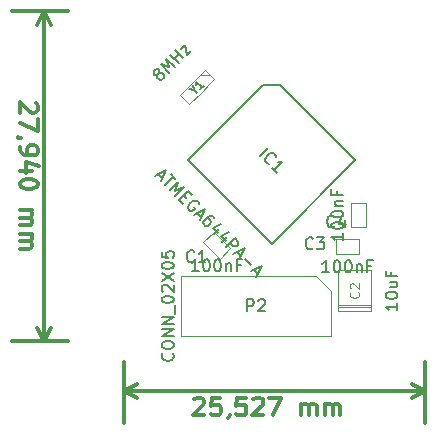
<source format=gbr>
G04 #@! TF.FileFunction,Other,Fab,Top*
%FSLAX46Y46*%
G04 Gerber Fmt 4.6, Leading zero omitted, Abs format (unit mm)*
G04 Created by KiCad (PCBNEW 4.0.6) date 08/29/18 06:25:22*
%MOMM*%
%LPD*%
G01*
G04 APERTURE LIST*
%ADD10C,0.100000*%
%ADD11C,0.300000*%
%ADD12C,0.150000*%
%ADD13C,0.120000*%
G04 APERTURE END LIST*
D10*
D11*
X131433971Y-70493715D02*
X131505400Y-70565144D01*
X131576829Y-70708001D01*
X131576829Y-71065144D01*
X131505400Y-71208001D01*
X131433971Y-71279430D01*
X131291114Y-71350858D01*
X131148257Y-71350858D01*
X130933971Y-71279430D01*
X130076829Y-70422287D01*
X130076829Y-71350858D01*
X131576829Y-71850858D02*
X131576829Y-72850858D01*
X130076829Y-72208001D01*
X130148257Y-73493714D02*
X130076829Y-73493714D01*
X129933971Y-73422286D01*
X129862543Y-73350857D01*
X130076829Y-74208000D02*
X130076829Y-74493715D01*
X130148257Y-74636572D01*
X130219686Y-74708000D01*
X130433971Y-74850858D01*
X130719686Y-74922286D01*
X131291114Y-74922286D01*
X131433971Y-74850858D01*
X131505400Y-74779429D01*
X131576829Y-74636572D01*
X131576829Y-74350858D01*
X131505400Y-74208000D01*
X131433971Y-74136572D01*
X131291114Y-74065143D01*
X130933971Y-74065143D01*
X130791114Y-74136572D01*
X130719686Y-74208000D01*
X130648257Y-74350858D01*
X130648257Y-74636572D01*
X130719686Y-74779429D01*
X130791114Y-74850858D01*
X130933971Y-74922286D01*
X131076829Y-76208000D02*
X130076829Y-76208000D01*
X131648257Y-75850857D02*
X130576829Y-75493714D01*
X130576829Y-76422286D01*
X131576829Y-77279428D02*
X131576829Y-77422285D01*
X131505400Y-77565142D01*
X131433971Y-77636571D01*
X131291114Y-77708000D01*
X131005400Y-77779428D01*
X130648257Y-77779428D01*
X130362543Y-77708000D01*
X130219686Y-77636571D01*
X130148257Y-77565142D01*
X130076829Y-77422285D01*
X130076829Y-77279428D01*
X130148257Y-77136571D01*
X130219686Y-77065142D01*
X130362543Y-76993714D01*
X130648257Y-76922285D01*
X131005400Y-76922285D01*
X131291114Y-76993714D01*
X131433971Y-77065142D01*
X131505400Y-77136571D01*
X131576829Y-77279428D01*
X130076829Y-79565142D02*
X131076829Y-79565142D01*
X130933971Y-79565142D02*
X131005400Y-79636570D01*
X131076829Y-79779428D01*
X131076829Y-79993713D01*
X131005400Y-80136570D01*
X130862543Y-80207999D01*
X130076829Y-80207999D01*
X130862543Y-80207999D02*
X131005400Y-80279428D01*
X131076829Y-80422285D01*
X131076829Y-80636570D01*
X131005400Y-80779428D01*
X130862543Y-80850856D01*
X130076829Y-80850856D01*
X130076829Y-81565142D02*
X131076829Y-81565142D01*
X130933971Y-81565142D02*
X131005400Y-81636570D01*
X131076829Y-81779428D01*
X131076829Y-81993713D01*
X131005400Y-82136570D01*
X130862543Y-82207999D01*
X130076829Y-82207999D01*
X130862543Y-82207999D02*
X131005400Y-82279428D01*
X131076829Y-82422285D01*
X131076829Y-82636570D01*
X131005400Y-82779428D01*
X130862543Y-82850856D01*
X130076829Y-82850856D01*
X132105400Y-62738000D02*
X132105400Y-90678000D01*
X134137400Y-62738000D02*
X129405400Y-62738000D01*
X134137400Y-90678000D02*
X129405400Y-90678000D01*
X132105400Y-90678000D02*
X131518979Y-89551496D01*
X132105400Y-90678000D02*
X132691821Y-89551496D01*
X132105400Y-62738000D02*
X131518979Y-63864504D01*
X132105400Y-62738000D02*
X132691821Y-63864504D01*
X144814115Y-95587429D02*
X144885544Y-95516000D01*
X145028401Y-95444571D01*
X145385544Y-95444571D01*
X145528401Y-95516000D01*
X145599830Y-95587429D01*
X145671258Y-95730286D01*
X145671258Y-95873143D01*
X145599830Y-96087429D01*
X144742687Y-96944571D01*
X145671258Y-96944571D01*
X147028401Y-95444571D02*
X146314115Y-95444571D01*
X146242686Y-96158857D01*
X146314115Y-96087429D01*
X146456972Y-96016000D01*
X146814115Y-96016000D01*
X146956972Y-96087429D01*
X147028401Y-96158857D01*
X147099829Y-96301714D01*
X147099829Y-96658857D01*
X147028401Y-96801714D01*
X146956972Y-96873143D01*
X146814115Y-96944571D01*
X146456972Y-96944571D01*
X146314115Y-96873143D01*
X146242686Y-96801714D01*
X147814114Y-96873143D02*
X147814114Y-96944571D01*
X147742686Y-97087429D01*
X147671257Y-97158857D01*
X149171258Y-95444571D02*
X148456972Y-95444571D01*
X148385543Y-96158857D01*
X148456972Y-96087429D01*
X148599829Y-96016000D01*
X148956972Y-96016000D01*
X149099829Y-96087429D01*
X149171258Y-96158857D01*
X149242686Y-96301714D01*
X149242686Y-96658857D01*
X149171258Y-96801714D01*
X149099829Y-96873143D01*
X148956972Y-96944571D01*
X148599829Y-96944571D01*
X148456972Y-96873143D01*
X148385543Y-96801714D01*
X149814114Y-95587429D02*
X149885543Y-95516000D01*
X150028400Y-95444571D01*
X150385543Y-95444571D01*
X150528400Y-95516000D01*
X150599829Y-95587429D01*
X150671257Y-95730286D01*
X150671257Y-95873143D01*
X150599829Y-96087429D01*
X149742686Y-96944571D01*
X150671257Y-96944571D01*
X151171257Y-95444571D02*
X152171257Y-95444571D01*
X151528400Y-96944571D01*
X153885542Y-96944571D02*
X153885542Y-95944571D01*
X153885542Y-96087429D02*
X153956970Y-96016000D01*
X154099828Y-95944571D01*
X154314113Y-95944571D01*
X154456970Y-96016000D01*
X154528399Y-96158857D01*
X154528399Y-96944571D01*
X154528399Y-96158857D02*
X154599828Y-96016000D01*
X154742685Y-95944571D01*
X154956970Y-95944571D01*
X155099828Y-96016000D01*
X155171256Y-96158857D01*
X155171256Y-96944571D01*
X155885542Y-96944571D02*
X155885542Y-95944571D01*
X155885542Y-96087429D02*
X155956970Y-96016000D01*
X156099828Y-95944571D01*
X156314113Y-95944571D01*
X156456970Y-96016000D01*
X156528399Y-96158857D01*
X156528399Y-96944571D01*
X156528399Y-96158857D02*
X156599828Y-96016000D01*
X156742685Y-95944571D01*
X156956970Y-95944571D01*
X157099828Y-96016000D01*
X157171256Y-96158857D01*
X157171256Y-96944571D01*
X164363400Y-94868999D02*
X138836400Y-94868999D01*
X164363400Y-92456000D02*
X164363400Y-97568999D01*
X138836400Y-92456000D02*
X138836400Y-97568999D01*
X138836400Y-94868999D02*
X139962904Y-94282578D01*
X138836400Y-94868999D02*
X139962904Y-95455420D01*
X164363400Y-94868999D02*
X163236896Y-94282578D01*
X164363400Y-94868999D02*
X163236896Y-95455420D01*
D10*
X157021000Y-88115000D02*
X159821000Y-88115000D01*
X159821000Y-88115000D02*
X159821000Y-84615000D01*
X159821000Y-84615000D02*
X157021000Y-84615000D01*
X157021000Y-84615000D02*
X157021000Y-88115000D01*
X157021000Y-87765000D02*
X159821000Y-87765000D01*
X157021000Y-87590000D02*
X159821000Y-87590000D01*
X156781000Y-83235000D02*
X156781000Y-81995000D01*
X158781000Y-83235000D02*
X156781000Y-83235000D01*
X158781000Y-81995000D02*
X158781000Y-83235000D01*
X156781000Y-81995000D02*
X158781000Y-81995000D01*
X158111000Y-78965000D02*
X159351000Y-78965000D01*
X158111000Y-80965000D02*
X158111000Y-78965000D01*
X159351000Y-80965000D02*
X158111000Y-80965000D01*
X159351000Y-78965000D02*
X159351000Y-80965000D01*
D12*
X152088107Y-68971039D02*
X158452068Y-75335000D01*
X158452068Y-75335000D02*
X151381000Y-82406068D01*
X151381000Y-82406068D02*
X144309932Y-75335000D01*
X144309932Y-75335000D02*
X150673893Y-68971039D01*
X150673893Y-68971039D02*
X152088107Y-68971039D01*
D10*
X156391000Y-86395000D02*
X156391000Y-90205000D01*
X156391000Y-90205000D02*
X143691000Y-90205000D01*
X143691000Y-90205000D02*
X143691000Y-85125000D01*
X143691000Y-85125000D02*
X155121000Y-85125000D01*
X155121000Y-85125000D02*
X156391000Y-86395000D01*
X146101660Y-68094340D02*
X145323843Y-68094340D01*
X143598502Y-69833823D02*
X144369249Y-70604569D01*
X144369249Y-70604569D02*
X145444051Y-69529767D01*
X145444051Y-69529767D02*
X146073376Y-68900442D01*
X146073376Y-68900442D02*
X146490569Y-68483249D01*
X146490569Y-68483249D02*
X145712751Y-67705431D01*
X145712751Y-67705431D02*
X143591431Y-69826751D01*
X145581951Y-82264835D02*
X146458764Y-81388023D01*
X146996165Y-83679049D02*
X145581951Y-82264835D01*
X147872977Y-82802236D02*
X146996165Y-83679049D01*
X146458764Y-81388023D02*
X147872977Y-82802236D01*
D12*
X162023381Y-87436428D02*
X162023381Y-88007857D01*
X162023381Y-87722143D02*
X161023381Y-87722143D01*
X161166238Y-87817381D01*
X161261476Y-87912619D01*
X161309095Y-88007857D01*
X161023381Y-86817381D02*
X161023381Y-86722142D01*
X161071000Y-86626904D01*
X161118619Y-86579285D01*
X161213857Y-86531666D01*
X161404333Y-86484047D01*
X161642429Y-86484047D01*
X161832905Y-86531666D01*
X161928143Y-86579285D01*
X161975762Y-86626904D01*
X162023381Y-86722142D01*
X162023381Y-86817381D01*
X161975762Y-86912619D01*
X161928143Y-86960238D01*
X161832905Y-87007857D01*
X161642429Y-87055476D01*
X161404333Y-87055476D01*
X161213857Y-87007857D01*
X161118619Y-86960238D01*
X161071000Y-86912619D01*
X161023381Y-86817381D01*
X161356714Y-85626904D02*
X162023381Y-85626904D01*
X161356714Y-86055476D02*
X161880524Y-86055476D01*
X161975762Y-86007857D01*
X162023381Y-85912619D01*
X162023381Y-85769761D01*
X161975762Y-85674523D01*
X161928143Y-85626904D01*
X161499571Y-84817380D02*
X161499571Y-85150714D01*
X162023381Y-85150714D02*
X161023381Y-85150714D01*
X161023381Y-84674523D01*
D13*
X158706714Y-86498333D02*
X158744810Y-86536428D01*
X158782905Y-86650714D01*
X158782905Y-86726904D01*
X158744810Y-86841190D01*
X158668619Y-86917381D01*
X158592429Y-86955476D01*
X158440048Y-86993571D01*
X158325762Y-86993571D01*
X158173381Y-86955476D01*
X158097190Y-86917381D01*
X158021000Y-86841190D01*
X157982905Y-86726904D01*
X157982905Y-86650714D01*
X158021000Y-86536428D01*
X158059095Y-86498333D01*
X158059095Y-86193571D02*
X158021000Y-86155476D01*
X157982905Y-86079285D01*
X157982905Y-85888809D01*
X158021000Y-85812619D01*
X158059095Y-85774523D01*
X158135286Y-85736428D01*
X158211476Y-85736428D01*
X158325762Y-85774523D01*
X158782905Y-86231666D01*
X158782905Y-85736428D01*
D12*
X156233381Y-84817381D02*
X155661952Y-84817381D01*
X155947666Y-84817381D02*
X155947666Y-83817381D01*
X155852428Y-83960238D01*
X155757190Y-84055476D01*
X155661952Y-84103095D01*
X156852428Y-83817381D02*
X156947667Y-83817381D01*
X157042905Y-83865000D01*
X157090524Y-83912619D01*
X157138143Y-84007857D01*
X157185762Y-84198333D01*
X157185762Y-84436429D01*
X157138143Y-84626905D01*
X157090524Y-84722143D01*
X157042905Y-84769762D01*
X156947667Y-84817381D01*
X156852428Y-84817381D01*
X156757190Y-84769762D01*
X156709571Y-84722143D01*
X156661952Y-84626905D01*
X156614333Y-84436429D01*
X156614333Y-84198333D01*
X156661952Y-84007857D01*
X156709571Y-83912619D01*
X156757190Y-83865000D01*
X156852428Y-83817381D01*
X157804809Y-83817381D02*
X157900048Y-83817381D01*
X157995286Y-83865000D01*
X158042905Y-83912619D01*
X158090524Y-84007857D01*
X158138143Y-84198333D01*
X158138143Y-84436429D01*
X158090524Y-84626905D01*
X158042905Y-84722143D01*
X157995286Y-84769762D01*
X157900048Y-84817381D01*
X157804809Y-84817381D01*
X157709571Y-84769762D01*
X157661952Y-84722143D01*
X157614333Y-84626905D01*
X157566714Y-84436429D01*
X157566714Y-84198333D01*
X157614333Y-84007857D01*
X157661952Y-83912619D01*
X157709571Y-83865000D01*
X157804809Y-83817381D01*
X158566714Y-84150714D02*
X158566714Y-84817381D01*
X158566714Y-84245952D02*
X158614333Y-84198333D01*
X158709571Y-84150714D01*
X158852429Y-84150714D01*
X158947667Y-84198333D01*
X158995286Y-84293571D01*
X158995286Y-84817381D01*
X159804810Y-84293571D02*
X159471476Y-84293571D01*
X159471476Y-84817381D02*
X159471476Y-83817381D01*
X159947667Y-83817381D01*
X154864334Y-82772143D02*
X154816715Y-82819762D01*
X154673858Y-82867381D01*
X154578620Y-82867381D01*
X154435762Y-82819762D01*
X154340524Y-82724524D01*
X154292905Y-82629286D01*
X154245286Y-82438810D01*
X154245286Y-82295952D01*
X154292905Y-82105476D01*
X154340524Y-82010238D01*
X154435762Y-81915000D01*
X154578620Y-81867381D01*
X154673858Y-81867381D01*
X154816715Y-81915000D01*
X154864334Y-81962619D01*
X155197667Y-81867381D02*
X155816715Y-81867381D01*
X155483381Y-82248333D01*
X155626239Y-82248333D01*
X155721477Y-82295952D01*
X155769096Y-82343571D01*
X155816715Y-82438810D01*
X155816715Y-82676905D01*
X155769096Y-82772143D01*
X155721477Y-82819762D01*
X155626239Y-82867381D01*
X155340524Y-82867381D01*
X155245286Y-82819762D01*
X155197667Y-82772143D01*
X157433381Y-81512619D02*
X157433381Y-82084048D01*
X157433381Y-81798334D02*
X156433381Y-81798334D01*
X156576238Y-81893572D01*
X156671476Y-81988810D01*
X156719095Y-82084048D01*
X156433381Y-80893572D02*
X156433381Y-80798333D01*
X156481000Y-80703095D01*
X156528619Y-80655476D01*
X156623857Y-80607857D01*
X156814333Y-80560238D01*
X157052429Y-80560238D01*
X157242905Y-80607857D01*
X157338143Y-80655476D01*
X157385762Y-80703095D01*
X157433381Y-80798333D01*
X157433381Y-80893572D01*
X157385762Y-80988810D01*
X157338143Y-81036429D01*
X157242905Y-81084048D01*
X157052429Y-81131667D01*
X156814333Y-81131667D01*
X156623857Y-81084048D01*
X156528619Y-81036429D01*
X156481000Y-80988810D01*
X156433381Y-80893572D01*
X156433381Y-79941191D02*
X156433381Y-79845952D01*
X156481000Y-79750714D01*
X156528619Y-79703095D01*
X156623857Y-79655476D01*
X156814333Y-79607857D01*
X157052429Y-79607857D01*
X157242905Y-79655476D01*
X157338143Y-79703095D01*
X157385762Y-79750714D01*
X157433381Y-79845952D01*
X157433381Y-79941191D01*
X157385762Y-80036429D01*
X157338143Y-80084048D01*
X157242905Y-80131667D01*
X157052429Y-80179286D01*
X156814333Y-80179286D01*
X156623857Y-80131667D01*
X156528619Y-80084048D01*
X156481000Y-80036429D01*
X156433381Y-79941191D01*
X156766714Y-79179286D02*
X157433381Y-79179286D01*
X156861952Y-79179286D02*
X156814333Y-79131667D01*
X156766714Y-79036429D01*
X156766714Y-78893571D01*
X156814333Y-78798333D01*
X156909571Y-78750714D01*
X157433381Y-78750714D01*
X156909571Y-77941190D02*
X156909571Y-78274524D01*
X157433381Y-78274524D02*
X156433381Y-78274524D01*
X156433381Y-77798333D01*
X156684334Y-80932143D02*
X156636715Y-80979762D01*
X156493858Y-81027381D01*
X156398620Y-81027381D01*
X156255762Y-80979762D01*
X156160524Y-80884524D01*
X156112905Y-80789286D01*
X156065286Y-80598810D01*
X156065286Y-80455952D01*
X156112905Y-80265476D01*
X156160524Y-80170238D01*
X156255762Y-80075000D01*
X156398620Y-80027381D01*
X156493858Y-80027381D01*
X156636715Y-80075000D01*
X156684334Y-80122619D01*
X157541477Y-80360714D02*
X157541477Y-81027381D01*
X157303381Y-79979762D02*
X157065286Y-80694048D01*
X157684334Y-80694048D01*
X141769397Y-76494992D02*
X142106115Y-76831710D01*
X141500024Y-76629679D02*
X142442833Y-76158274D01*
X141971428Y-77101084D01*
X142813222Y-76528664D02*
X143217283Y-76932725D01*
X142308146Y-77437801D02*
X143015252Y-76730694D01*
X142745879Y-77875534D02*
X143452985Y-77168427D01*
X143183612Y-77909206D01*
X143924390Y-77639832D01*
X143217283Y-78346939D01*
X143924390Y-78313266D02*
X144160093Y-78548969D01*
X143890719Y-79020374D02*
X143554001Y-78683656D01*
X144261107Y-77976549D01*
X144597825Y-78313267D01*
X145237589Y-79020374D02*
X145203917Y-78919359D01*
X145102902Y-78818344D01*
X144968214Y-78750999D01*
X144833527Y-78750999D01*
X144732512Y-78784671D01*
X144564154Y-78885686D01*
X144463138Y-78986702D01*
X144362123Y-79155061D01*
X144328451Y-79256076D01*
X144328451Y-79390763D01*
X144395795Y-79525450D01*
X144463138Y-79592794D01*
X144597825Y-79660137D01*
X144665169Y-79660137D01*
X144900871Y-79424435D01*
X144766184Y-79289748D01*
X145069229Y-79794824D02*
X145405947Y-80131542D01*
X144799856Y-79929511D02*
X145742664Y-79458106D01*
X145271260Y-80400916D01*
X146517115Y-80232557D02*
X146382428Y-80097870D01*
X146281413Y-80064198D01*
X146214069Y-80064198D01*
X146045711Y-80097870D01*
X145877352Y-80198885D01*
X145607978Y-80468259D01*
X145574306Y-80569274D01*
X145574306Y-80636618D01*
X145607978Y-80737633D01*
X145742665Y-80872320D01*
X145843680Y-80905992D01*
X145911024Y-80905992D01*
X146012039Y-80872320D01*
X146180397Y-80703962D01*
X146214070Y-80602946D01*
X146214070Y-80535603D01*
X146180398Y-80434587D01*
X146045711Y-80299900D01*
X145944695Y-80266228D01*
X145877352Y-80266228D01*
X145776336Y-80299901D01*
X146954848Y-81141694D02*
X146483444Y-81613099D01*
X147055863Y-80703961D02*
X146382428Y-81040679D01*
X146820161Y-81478412D01*
X147628283Y-81815129D02*
X147156879Y-82286534D01*
X147729298Y-81377396D02*
X147055863Y-81714114D01*
X147493596Y-82151847D01*
X147527268Y-82656923D02*
X148234374Y-81949816D01*
X148503749Y-82219191D01*
X148537421Y-82320206D01*
X148537421Y-82387549D01*
X148503749Y-82488564D01*
X148402734Y-82589579D01*
X148301718Y-82623251D01*
X148234375Y-82623251D01*
X148133360Y-82589579D01*
X147863985Y-82320205D01*
X148402733Y-83128328D02*
X148739451Y-83465046D01*
X148133359Y-83263015D02*
X149076168Y-82791610D01*
X148604764Y-83734419D01*
X149109840Y-83700748D02*
X149648588Y-84239496D01*
X149884290Y-84609885D02*
X150221008Y-84946603D01*
X149614916Y-84744572D02*
X150557725Y-84273167D01*
X150086321Y-85215976D01*
X150370848Y-74964611D02*
X151077955Y-74257504D01*
X151178970Y-75638046D02*
X151111626Y-75638046D01*
X150976939Y-75570703D01*
X150909596Y-75503359D01*
X150842252Y-75368672D01*
X150842252Y-75233985D01*
X150875924Y-75132970D01*
X150976939Y-74964611D01*
X151077955Y-74863595D01*
X151246313Y-74762580D01*
X151347328Y-74728908D01*
X151482015Y-74728908D01*
X151616703Y-74796253D01*
X151684046Y-74863596D01*
X151751390Y-74998283D01*
X151751390Y-75065626D01*
X151785061Y-76378825D02*
X151381000Y-75974763D01*
X151583030Y-76176794D02*
X152290137Y-75469687D01*
X152121778Y-75503359D01*
X151987092Y-75503359D01*
X151886076Y-75469687D01*
X142988143Y-91688809D02*
X143035762Y-91736428D01*
X143083381Y-91879285D01*
X143083381Y-91974523D01*
X143035762Y-92117381D01*
X142940524Y-92212619D01*
X142845286Y-92260238D01*
X142654810Y-92307857D01*
X142511952Y-92307857D01*
X142321476Y-92260238D01*
X142226238Y-92212619D01*
X142131000Y-92117381D01*
X142083381Y-91974523D01*
X142083381Y-91879285D01*
X142131000Y-91736428D01*
X142178619Y-91688809D01*
X142083381Y-91069762D02*
X142083381Y-90879285D01*
X142131000Y-90784047D01*
X142226238Y-90688809D01*
X142416714Y-90641190D01*
X142750048Y-90641190D01*
X142940524Y-90688809D01*
X143035762Y-90784047D01*
X143083381Y-90879285D01*
X143083381Y-91069762D01*
X143035762Y-91165000D01*
X142940524Y-91260238D01*
X142750048Y-91307857D01*
X142416714Y-91307857D01*
X142226238Y-91260238D01*
X142131000Y-91165000D01*
X142083381Y-91069762D01*
X143083381Y-90212619D02*
X142083381Y-90212619D01*
X143083381Y-89641190D01*
X142083381Y-89641190D01*
X143083381Y-89165000D02*
X142083381Y-89165000D01*
X143083381Y-88593571D01*
X142083381Y-88593571D01*
X143178619Y-88355476D02*
X143178619Y-87593571D01*
X142083381Y-87165000D02*
X142083381Y-87069761D01*
X142131000Y-86974523D01*
X142178619Y-86926904D01*
X142273857Y-86879285D01*
X142464333Y-86831666D01*
X142702429Y-86831666D01*
X142892905Y-86879285D01*
X142988143Y-86926904D01*
X143035762Y-86974523D01*
X143083381Y-87069761D01*
X143083381Y-87165000D01*
X143035762Y-87260238D01*
X142988143Y-87307857D01*
X142892905Y-87355476D01*
X142702429Y-87403095D01*
X142464333Y-87403095D01*
X142273857Y-87355476D01*
X142178619Y-87307857D01*
X142131000Y-87260238D01*
X142083381Y-87165000D01*
X142178619Y-86450714D02*
X142131000Y-86403095D01*
X142083381Y-86307857D01*
X142083381Y-86069761D01*
X142131000Y-85974523D01*
X142178619Y-85926904D01*
X142273857Y-85879285D01*
X142369095Y-85879285D01*
X142511952Y-85926904D01*
X143083381Y-86498333D01*
X143083381Y-85879285D01*
X142083381Y-85545952D02*
X143083381Y-84879285D01*
X142083381Y-84879285D02*
X143083381Y-85545952D01*
X142083381Y-84307857D02*
X142083381Y-84212618D01*
X142131000Y-84117380D01*
X142178619Y-84069761D01*
X142273857Y-84022142D01*
X142464333Y-83974523D01*
X142702429Y-83974523D01*
X142892905Y-84022142D01*
X142988143Y-84069761D01*
X143035762Y-84117380D01*
X143083381Y-84212618D01*
X143083381Y-84307857D01*
X143035762Y-84403095D01*
X142988143Y-84450714D01*
X142892905Y-84498333D01*
X142702429Y-84545952D01*
X142464333Y-84545952D01*
X142273857Y-84498333D01*
X142178619Y-84450714D01*
X142131000Y-84403095D01*
X142083381Y-84307857D01*
X142083381Y-83069761D02*
X142083381Y-83545952D01*
X142559571Y-83593571D01*
X142511952Y-83545952D01*
X142464333Y-83450714D01*
X142464333Y-83212618D01*
X142511952Y-83117380D01*
X142559571Y-83069761D01*
X142654810Y-83022142D01*
X142892905Y-83022142D01*
X142988143Y-83069761D01*
X143035762Y-83117380D01*
X143083381Y-83212618D01*
X143083381Y-83450714D01*
X143035762Y-83545952D01*
X142988143Y-83593571D01*
X149302905Y-88117381D02*
X149302905Y-87117381D01*
X149683858Y-87117381D01*
X149779096Y-87165000D01*
X149826715Y-87212619D01*
X149874334Y-87307857D01*
X149874334Y-87450714D01*
X149826715Y-87545952D01*
X149779096Y-87593571D01*
X149683858Y-87641190D01*
X149302905Y-87641190D01*
X150255286Y-87212619D02*
X150302905Y-87165000D01*
X150398143Y-87117381D01*
X150636239Y-87117381D01*
X150731477Y-87165000D01*
X150779096Y-87212619D01*
X150826715Y-87307857D01*
X150826715Y-87403095D01*
X150779096Y-87545952D01*
X150207667Y-88117381D01*
X150826715Y-88117381D01*
X141707497Y-68077504D02*
X141606482Y-68111176D01*
X141539138Y-68111176D01*
X141438123Y-68077504D01*
X141404451Y-68043832D01*
X141370780Y-67942817D01*
X141370780Y-67875474D01*
X141404451Y-67774458D01*
X141539139Y-67639771D01*
X141640154Y-67606099D01*
X141707497Y-67606099D01*
X141808513Y-67639771D01*
X141842184Y-67673443D01*
X141875856Y-67774458D01*
X141875856Y-67841801D01*
X141842184Y-67942816D01*
X141707497Y-68077504D01*
X141673825Y-68178519D01*
X141673825Y-68245863D01*
X141707497Y-68346878D01*
X141842184Y-68481565D01*
X141943199Y-68515237D01*
X142010543Y-68515237D01*
X142111558Y-68481565D01*
X142246246Y-68346878D01*
X142279917Y-68245863D01*
X142279917Y-68178519D01*
X142246246Y-68077504D01*
X142111559Y-67942817D01*
X142010543Y-67909145D01*
X141943199Y-67909145D01*
X141842184Y-67942816D01*
X142683978Y-67909145D02*
X141976871Y-67202039D01*
X142717650Y-67471412D01*
X142448276Y-66730634D01*
X143155383Y-67437741D01*
X143492100Y-67101023D02*
X142784993Y-66393917D01*
X143121710Y-66730634D02*
X143525772Y-66326573D01*
X143896161Y-66696962D02*
X143189054Y-65989855D01*
X143694130Y-65956184D02*
X144064520Y-65585794D01*
X144165535Y-66427588D01*
X144535925Y-66057199D01*
X144793513Y-69378917D02*
X145029215Y-69614619D01*
X144369249Y-69284636D02*
X144793513Y-69378917D01*
X144699232Y-68954653D01*
X145618471Y-69025364D02*
X145335628Y-69308207D01*
X145477049Y-69166785D02*
X144982075Y-68671811D01*
X145005645Y-68789661D01*
X145005645Y-68883942D01*
X144982075Y-68954653D01*
X145183381Y-84737381D02*
X144611952Y-84737381D01*
X144897666Y-84737381D02*
X144897666Y-83737381D01*
X144802428Y-83880238D01*
X144707190Y-83975476D01*
X144611952Y-84023095D01*
X145802428Y-83737381D02*
X145897667Y-83737381D01*
X145992905Y-83785000D01*
X146040524Y-83832619D01*
X146088143Y-83927857D01*
X146135762Y-84118333D01*
X146135762Y-84356429D01*
X146088143Y-84546905D01*
X146040524Y-84642143D01*
X145992905Y-84689762D01*
X145897667Y-84737381D01*
X145802428Y-84737381D01*
X145707190Y-84689762D01*
X145659571Y-84642143D01*
X145611952Y-84546905D01*
X145564333Y-84356429D01*
X145564333Y-84118333D01*
X145611952Y-83927857D01*
X145659571Y-83832619D01*
X145707190Y-83785000D01*
X145802428Y-83737381D01*
X146754809Y-83737381D02*
X146850048Y-83737381D01*
X146945286Y-83785000D01*
X146992905Y-83832619D01*
X147040524Y-83927857D01*
X147088143Y-84118333D01*
X147088143Y-84356429D01*
X147040524Y-84546905D01*
X146992905Y-84642143D01*
X146945286Y-84689762D01*
X146850048Y-84737381D01*
X146754809Y-84737381D01*
X146659571Y-84689762D01*
X146611952Y-84642143D01*
X146564333Y-84546905D01*
X146516714Y-84356429D01*
X146516714Y-84118333D01*
X146564333Y-83927857D01*
X146611952Y-83832619D01*
X146659571Y-83785000D01*
X146754809Y-83737381D01*
X147516714Y-84070714D02*
X147516714Y-84737381D01*
X147516714Y-84165952D02*
X147564333Y-84118333D01*
X147659571Y-84070714D01*
X147802429Y-84070714D01*
X147897667Y-84118333D01*
X147945286Y-84213571D01*
X147945286Y-84737381D01*
X148754810Y-84213571D02*
X148421476Y-84213571D01*
X148421476Y-84737381D02*
X148421476Y-83737381D01*
X148897667Y-83737381D01*
X144814334Y-83872143D02*
X144766715Y-83919762D01*
X144623858Y-83967381D01*
X144528620Y-83967381D01*
X144385762Y-83919762D01*
X144290524Y-83824524D01*
X144242905Y-83729286D01*
X144195286Y-83538810D01*
X144195286Y-83395952D01*
X144242905Y-83205476D01*
X144290524Y-83110238D01*
X144385762Y-83015000D01*
X144528620Y-82967381D01*
X144623858Y-82967381D01*
X144766715Y-83015000D01*
X144814334Y-83062619D01*
X145766715Y-83967381D02*
X145195286Y-83967381D01*
X145481000Y-83967381D02*
X145481000Y-82967381D01*
X145385762Y-83110238D01*
X145290524Y-83205476D01*
X145195286Y-83253095D01*
M02*

</source>
